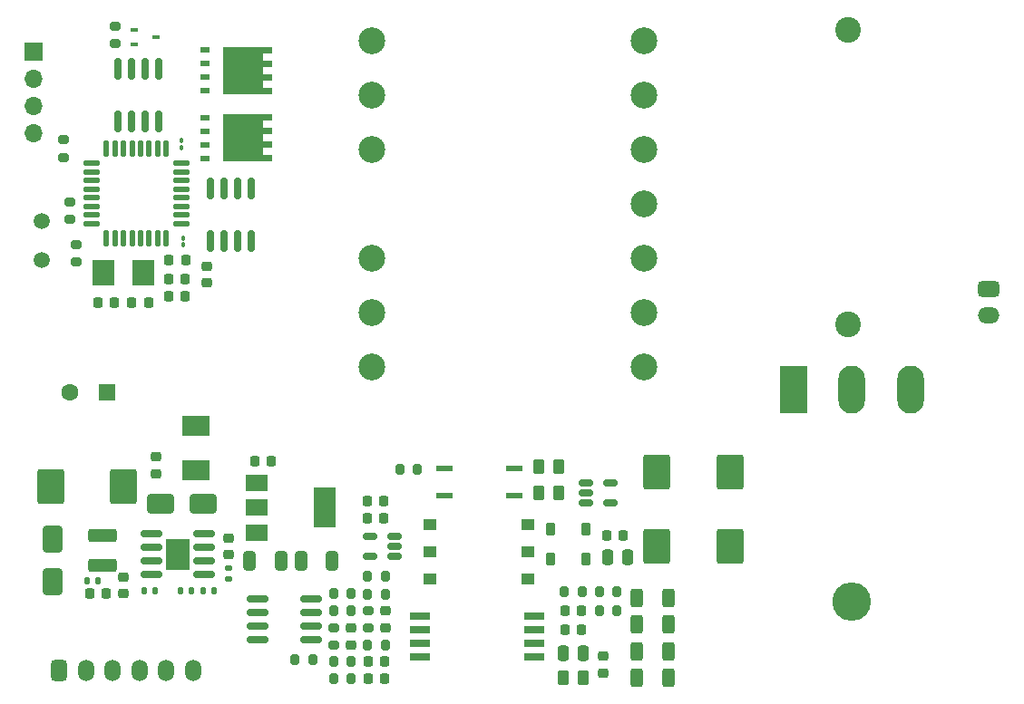
<source format=gbr>
%TF.GenerationSoftware,KiCad,Pcbnew,8.0.5*%
%TF.CreationDate,2024-10-09T02:25:36+03:00*%
%TF.ProjectId,DC-CDI,44432d43-4449-42e6-9b69-6361645f7063,rev?*%
%TF.SameCoordinates,Original*%
%TF.FileFunction,Soldermask,Top*%
%TF.FilePolarity,Negative*%
%FSLAX46Y46*%
G04 Gerber Fmt 4.6, Leading zero omitted, Abs format (unit mm)*
G04 Created by KiCad (PCBNEW 8.0.5) date 2024-10-09 02:25:36*
%MOMM*%
%LPD*%
G01*
G04 APERTURE LIST*
G04 Aperture macros list*
%AMRoundRect*
0 Rectangle with rounded corners*
0 $1 Rounding radius*
0 $2 $3 $4 $5 $6 $7 $8 $9 X,Y pos of 4 corners*
0 Add a 4 corners polygon primitive as box body*
4,1,4,$2,$3,$4,$5,$6,$7,$8,$9,$2,$3,0*
0 Add four circle primitives for the rounded corners*
1,1,$1+$1,$2,$3*
1,1,$1+$1,$4,$5*
1,1,$1+$1,$6,$7*
1,1,$1+$1,$8,$9*
0 Add four rect primitives between the rounded corners*
20,1,$1+$1,$2,$3,$4,$5,0*
20,1,$1+$1,$4,$5,$6,$7,0*
20,1,$1+$1,$6,$7,$8,$9,0*
20,1,$1+$1,$8,$9,$2,$3,0*%
%AMFreePoly0*
4,1,17,2.675000,1.605000,1.875000,1.605000,1.875000,0.935000,2.675000,0.935000,2.675000,0.335000,1.875000,0.335000,1.875000,-0.335000,2.675000,-0.335000,2.675000,-0.935000,1.875000,-0.935000,1.875000,-1.605000,2.675000,-1.605000,2.675000,-2.205000,-1.875000,-2.205000,-1.875000,2.205000,2.675000,2.205000,2.675000,1.605000,2.675000,1.605000,$1*%
G04 Aperture macros list end*
%ADD10R,1.700000X1.700000*%
%ADD11O,1.700000X1.700000*%
%ADD12RoundRect,0.225000X0.225000X0.250000X-0.225000X0.250000X-0.225000X-0.250000X0.225000X-0.250000X0*%
%ADD13RoundRect,0.135000X0.185000X-0.135000X0.185000X0.135000X-0.185000X0.135000X-0.185000X-0.135000X0*%
%ADD14RoundRect,0.150000X0.150000X-0.825000X0.150000X0.825000X-0.150000X0.825000X-0.150000X-0.825000X0*%
%ADD15RoundRect,0.225000X-0.225000X-0.250000X0.225000X-0.250000X0.225000X0.250000X-0.225000X0.250000X0*%
%ADD16RoundRect,0.250000X-0.250000X-0.475000X0.250000X-0.475000X0.250000X0.475000X-0.250000X0.475000X0*%
%ADD17RoundRect,0.200000X-0.200000X-0.275000X0.200000X-0.275000X0.200000X0.275000X-0.200000X0.275000X0*%
%ADD18R,1.600000X1.600000*%
%ADD19C,1.600000*%
%ADD20C,2.500000*%
%ADD21RoundRect,0.200000X0.200000X0.275000X-0.200000X0.275000X-0.200000X-0.275000X0.200000X-0.275000X0*%
%ADD22RoundRect,0.225000X-0.250000X0.225000X-0.250000X-0.225000X0.250000X-0.225000X0.250000X0.225000X0*%
%ADD23RoundRect,0.250000X1.075000X-0.375000X1.075000X0.375000X-1.075000X0.375000X-1.075000X-0.375000X0*%
%ADD24RoundRect,0.150000X0.512500X0.150000X-0.512500X0.150000X-0.512500X-0.150000X0.512500X-0.150000X0*%
%ADD25C,1.500000*%
%ADD26RoundRect,0.250000X0.262500X0.450000X-0.262500X0.450000X-0.262500X-0.450000X0.262500X-0.450000X0*%
%ADD27RoundRect,0.250000X0.325000X0.650000X-0.325000X0.650000X-0.325000X-0.650000X0.325000X-0.650000X0*%
%ADD28RoundRect,0.375000X-0.375000X-0.625000X0.375000X-0.625000X0.375000X0.625000X-0.375000X0.625000X0*%
%ADD29O,1.500000X2.000000*%
%ADD30RoundRect,0.150000X-0.512500X-0.150000X0.512500X-0.150000X0.512500X0.150000X-0.512500X0.150000X0*%
%ADD31RoundRect,0.375000X-0.625000X0.375000X-0.625000X-0.375000X0.625000X-0.375000X0.625000X0.375000X0*%
%ADD32O,2.000000X1.500000*%
%ADD33RoundRect,0.140000X-0.140000X-0.170000X0.140000X-0.170000X0.140000X0.170000X-0.140000X0.170000X0*%
%ADD34RoundRect,0.100000X0.100000X-0.130000X0.100000X0.130000X-0.100000X0.130000X-0.100000X-0.130000X0*%
%ADD35RoundRect,0.200000X0.275000X-0.200000X0.275000X0.200000X-0.275000X0.200000X-0.275000X-0.200000X0*%
%ADD36RoundRect,0.250000X-0.312500X-0.625000X0.312500X-0.625000X0.312500X0.625000X-0.312500X0.625000X0*%
%ADD37R,2.000000X1.500000*%
%ADD38R,2.000000X3.800000*%
%ADD39RoundRect,0.250000X1.000000X0.650000X-1.000000X0.650000X-1.000000X-0.650000X1.000000X-0.650000X0*%
%ADD40RoundRect,0.135000X-0.135000X-0.185000X0.135000X-0.185000X0.135000X0.185000X-0.135000X0.185000X0*%
%ADD41RoundRect,0.125000X0.125000X-0.625000X0.125000X0.625000X-0.125000X0.625000X-0.125000X-0.625000X0*%
%ADD42RoundRect,0.125000X0.625000X-0.125000X0.625000X0.125000X-0.625000X0.125000X-0.625000X-0.125000X0*%
%ADD43RoundRect,0.250000X-0.325000X-0.650000X0.325000X-0.650000X0.325000X0.650000X-0.325000X0.650000X0*%
%ADD44R,2.000000X2.400000*%
%ADD45RoundRect,0.250000X1.000000X-1.400000X1.000000X1.400000X-1.000000X1.400000X-1.000000X-1.400000X0*%
%ADD46RoundRect,0.150000X0.825000X0.150000X-0.825000X0.150000X-0.825000X-0.150000X0.825000X-0.150000X0*%
%ADD47RoundRect,0.137500X-0.662500X-0.137500X0.662500X-0.137500X0.662500X0.137500X-0.662500X0.137500X0*%
%ADD48FreePoly0,0.000000*%
%ADD49R,0.850000X0.500000*%
%ADD50RoundRect,0.225000X0.250000X-0.225000X0.250000X0.225000X-0.250000X0.225000X-0.250000X-0.225000X0*%
%ADD51C,2.400000*%
%ADD52RoundRect,0.225000X0.225000X0.375000X-0.225000X0.375000X-0.225000X-0.375000X0.225000X-0.375000X0*%
%ADD53RoundRect,0.150000X-0.825000X-0.150000X0.825000X-0.150000X0.825000X0.150000X-0.825000X0.150000X0*%
%ADD54R,2.290000X3.000000*%
%ADD55RoundRect,0.250000X0.650000X-1.000000X0.650000X1.000000X-0.650000X1.000000X-0.650000X-1.000000X0*%
%ADD56RoundRect,0.218750X-0.256250X0.218750X-0.256250X-0.218750X0.256250X-0.218750X0.256250X0.218750X0*%
%ADD57RoundRect,0.218750X0.218750X0.256250X-0.218750X0.256250X-0.218750X-0.256250X0.218750X-0.256250X0*%
%ADD58R,1.905000X0.640000*%
%ADD59R,1.300000X1.100000*%
%ADD60RoundRect,0.200000X-0.275000X0.200000X-0.275000X-0.200000X0.275000X-0.200000X0.275000X0.200000X0*%
%ADD61RoundRect,0.100000X-0.100000X0.130000X-0.100000X-0.130000X0.100000X-0.130000X0.100000X0.130000X0*%
%ADD62R,2.500000X1.900000*%
%ADD63R,0.700000X0.450000*%
%ADD64O,3.600000X3.600000*%
%ADD65R,2.500000X4.500000*%
%ADD66O,2.500000X4.500000*%
G04 APERTURE END LIST*
D10*
%TO.C,J3*%
X135600000Y-68980000D03*
D11*
X135600000Y-71520000D03*
X135600000Y-74060000D03*
X135600000Y-76600000D03*
%TD*%
D12*
%TO.C,C6*%
X168397500Y-125965000D03*
X166847500Y-125965000D03*
%TD*%
D13*
%TO.C,R24*%
X153822500Y-118185000D03*
X153822500Y-117165000D03*
%TD*%
D14*
%TO.C,U9*%
X152095000Y-86675000D03*
X153365000Y-86675000D03*
X154635000Y-86675000D03*
X155905000Y-86675000D03*
X155905000Y-81725000D03*
X154635000Y-81725000D03*
X153365000Y-81725000D03*
X152095000Y-81725000D03*
%TD*%
D15*
%TO.C,C28*%
X148212500Y-91800000D03*
X149762500Y-91800000D03*
%TD*%
D16*
%TO.C,C1*%
X185050000Y-125200000D03*
X186950000Y-125200000D03*
%TD*%
D17*
%TO.C,R10*%
X166797500Y-119640000D03*
X168447500Y-119640000D03*
%TD*%
D18*
%TO.C,C13*%
X142452651Y-100800000D03*
D19*
X138952651Y-100800000D03*
%TD*%
D12*
%TO.C,C29*%
X149775000Y-90200000D03*
X148225000Y-90200000D03*
%TD*%
D20*
%TO.C,T1*%
X167200000Y-67920000D03*
X167200000Y-73000000D03*
X167200000Y-78080000D03*
X167200000Y-88240000D03*
X167200000Y-93320000D03*
X167200000Y-98400000D03*
X192600000Y-98400000D03*
X192600000Y-93320000D03*
X192600000Y-88240000D03*
X192600000Y-83160000D03*
X192600000Y-78080000D03*
X192600000Y-73000000D03*
X192600000Y-67920000D03*
%TD*%
D21*
%TO.C,R18*%
X165247500Y-127565000D03*
X163597500Y-127565000D03*
%TD*%
D22*
%TO.C,C14*%
X144000000Y-118025000D03*
X144000000Y-119575000D03*
%TD*%
D23*
%TO.C,L1*%
X142000000Y-116940000D03*
X142000000Y-114140000D03*
%TD*%
D24*
%TO.C,U4*%
X169285000Y-116115000D03*
X169285000Y-115165000D03*
X169285000Y-114215000D03*
X167010000Y-114215000D03*
X167010000Y-116115000D03*
%TD*%
D17*
%TO.C,R9*%
X166797500Y-117990000D03*
X168447500Y-117990000D03*
%TD*%
D25*
%TO.C,P1*%
X136400000Y-84800000D03*
%TD*%
D15*
%TO.C,C2*%
X189122500Y-114165000D03*
X190672500Y-114165000D03*
%TD*%
D26*
%TO.C,R28*%
X184612500Y-107700000D03*
X182787500Y-107700000D03*
%TD*%
D25*
%TO.C,P2*%
X136400000Y-88400000D03*
%TD*%
D27*
%TO.C,C26*%
X158697500Y-116565000D03*
X155747500Y-116565000D03*
%TD*%
D21*
%TO.C,R14*%
X165247500Y-121190000D03*
X163597500Y-121190000D03*
%TD*%
D28*
%TO.C,J2*%
X138000000Y-126800000D03*
D29*
X140500000Y-126800000D03*
X143000000Y-126800000D03*
X145500000Y-126800000D03*
X148000000Y-126800000D03*
X150500000Y-126800000D03*
%TD*%
D22*
%TO.C,C10*%
X168422500Y-121215000D03*
X168422500Y-122765000D03*
%TD*%
D30*
%TO.C,U2*%
X187210000Y-109215000D03*
X187210000Y-110165000D03*
X187210000Y-111115000D03*
X189485000Y-111115000D03*
X189485000Y-109215000D03*
%TD*%
D31*
%TO.C,J1*%
X224800000Y-91100000D03*
D32*
X224800000Y-93600000D03*
%TD*%
D33*
%TO.C,C24*%
X149342500Y-119365000D03*
X150302500Y-119365000D03*
%TD*%
D15*
%TO.C,C4*%
X185225000Y-122950000D03*
X186775000Y-122950000D03*
%TD*%
D34*
%TO.C,C18*%
X149600000Y-87000000D03*
X149600000Y-86360000D03*
%TD*%
D35*
%TO.C,R19*%
X139000000Y-84625000D03*
X139000000Y-82975000D03*
%TD*%
D26*
%TO.C,R1*%
X186912500Y-127450000D03*
X185087500Y-127450000D03*
%TD*%
D36*
%TO.C,R5*%
X191947500Y-127465000D03*
X194872500Y-127465000D03*
%TD*%
D37*
%TO.C,U8*%
X156447500Y-109265000D03*
X156447500Y-111565000D03*
D38*
X162747500Y-111565000D03*
D37*
X156447500Y-113865000D03*
%TD*%
D36*
%TO.C,R4*%
X191947500Y-124965000D03*
X194872500Y-124965000D03*
%TD*%
D39*
%TO.C,D7*%
X151422500Y-111165000D03*
X147422500Y-111165000D03*
%TD*%
D35*
%TO.C,R29*%
X138400000Y-78825000D03*
X138400000Y-77175000D03*
%TD*%
D12*
%TO.C,C9*%
X168322500Y-110965000D03*
X166772500Y-110965000D03*
%TD*%
D40*
%TO.C,R25*%
X151422500Y-119365000D03*
X152442500Y-119365000D03*
%TD*%
D41*
%TO.C,U1*%
X142400000Y-86375000D03*
X143200000Y-86375000D03*
X144000000Y-86375000D03*
X144800000Y-86375000D03*
X145600000Y-86375000D03*
X146400000Y-86375000D03*
X147200000Y-86375000D03*
X148000000Y-86375000D03*
D42*
X149375000Y-85000000D03*
X149375000Y-84200000D03*
X149375000Y-83400000D03*
X149375000Y-82600000D03*
X149375000Y-81800000D03*
X149375000Y-81000000D03*
X149375000Y-80200000D03*
X149375000Y-79400000D03*
D41*
X148000000Y-78025000D03*
X147200000Y-78025000D03*
X146400000Y-78025000D03*
X145600000Y-78025000D03*
X144800000Y-78025000D03*
X144000000Y-78025000D03*
X143200000Y-78025000D03*
X142400000Y-78025000D03*
D42*
X141025000Y-79400000D03*
X141025000Y-80200000D03*
X141025000Y-81000000D03*
X141025000Y-81800000D03*
X141025000Y-82600000D03*
X141025000Y-83400000D03*
X141025000Y-84200000D03*
X141025000Y-85000000D03*
%TD*%
D43*
%TO.C,C25*%
X160547500Y-116565000D03*
X163497500Y-116565000D03*
%TD*%
D12*
%TO.C,C7*%
X168322500Y-112565000D03*
X166772500Y-112565000D03*
%TD*%
D44*
%TO.C,Y1*%
X142150000Y-89600000D03*
X145850000Y-89600000D03*
%TD*%
D16*
%TO.C,C3*%
X189197500Y-116165000D03*
X191097500Y-116165000D03*
%TD*%
D36*
%TO.C,R2*%
X191947500Y-119965000D03*
X194872500Y-119965000D03*
%TD*%
D45*
%TO.C,D8*%
X193800000Y-115200000D03*
X200600000Y-115200000D03*
%TD*%
D40*
%TO.C,R22*%
X140622500Y-118365000D03*
X141642500Y-118365000D03*
%TD*%
D15*
%TO.C,C12*%
X140825000Y-119600000D03*
X142375000Y-119600000D03*
%TD*%
D17*
%TO.C,R15*%
X163597500Y-119590000D03*
X165247500Y-119590000D03*
%TD*%
D46*
%TO.C,U5*%
X161497500Y-123895000D03*
X161497500Y-122625000D03*
X161497500Y-121355000D03*
X161497500Y-120085000D03*
X156547500Y-120085000D03*
X156547500Y-121355000D03*
X156547500Y-122625000D03*
X156547500Y-123895000D03*
%TD*%
D47*
%TO.C,U10*%
X173950000Y-107930000D03*
X173950000Y-110470000D03*
X180450000Y-110470000D03*
X180450000Y-107930000D03*
%TD*%
D48*
%TO.C,Q2*%
X155175000Y-70720000D03*
D49*
X151625000Y-68815000D03*
X151625000Y-70085000D03*
X151625000Y-71355000D03*
X151625000Y-72625000D03*
%TD*%
D21*
%TO.C,R11*%
X168447500Y-124365000D03*
X166797500Y-124365000D03*
%TD*%
D45*
%TO.C,D5*%
X137200000Y-109600000D03*
X144000000Y-109600000D03*
%TD*%
D35*
%TO.C,R21*%
X143200000Y-68225000D03*
X143200000Y-66575000D03*
%TD*%
D50*
%TO.C,C22*%
X153822500Y-115940000D03*
X153822500Y-114390000D03*
%TD*%
D45*
%TO.C,D9*%
X193800000Y-108200000D03*
X200600000Y-108200000D03*
%TD*%
D17*
%TO.C,R17*%
X163597500Y-125965000D03*
X165247500Y-125965000D03*
%TD*%
D51*
%TO.C,C30*%
X211600000Y-94400000D03*
X211600000Y-66900000D03*
%TD*%
D15*
%TO.C,C15*%
X141625000Y-92400000D03*
X143175000Y-92400000D03*
%TD*%
D52*
%TO.C,D3*%
X187197500Y-113565000D03*
X183897500Y-113565000D03*
%TD*%
D35*
%TO.C,R13*%
X163622500Y-124415000D03*
X163622500Y-122765000D03*
%TD*%
D50*
%TO.C,C17*%
X151800000Y-90575000D03*
X151800000Y-89025000D03*
%TD*%
D53*
%TO.C,U6*%
X146577500Y-114010000D03*
X146577500Y-115280000D03*
X146577500Y-116550000D03*
X146577500Y-117820000D03*
X151527500Y-117820000D03*
X151527500Y-116550000D03*
X151527500Y-115280000D03*
X151527500Y-114010000D03*
D54*
X149052500Y-115915000D03*
%TD*%
D14*
%TO.C,U7*%
X143495000Y-75475000D03*
X144765000Y-75475000D03*
X146035000Y-75475000D03*
X147305000Y-75475000D03*
X147305000Y-70525000D03*
X146035000Y-70525000D03*
X144765000Y-70525000D03*
X143495000Y-70525000D03*
%TD*%
D50*
%TO.C,C11*%
X165222500Y-124365000D03*
X165222500Y-122815000D03*
%TD*%
D55*
%TO.C,D6*%
X137400000Y-118462500D03*
X137400000Y-114462500D03*
%TD*%
D26*
%TO.C,R26*%
X184612500Y-110200000D03*
X182787500Y-110200000D03*
%TD*%
D56*
%TO.C,D1*%
X188750000Y-125412500D03*
X188750000Y-126987500D03*
%TD*%
D48*
%TO.C,Q3*%
X155175000Y-77025000D03*
D49*
X151625000Y-75120000D03*
X151625000Y-76390000D03*
X151625000Y-77660000D03*
X151625000Y-78930000D03*
%TD*%
D21*
%TO.C,R8*%
X186825000Y-119450000D03*
X185175000Y-119450000D03*
%TD*%
D57*
%TO.C,FB1*%
X149787500Y-88400000D03*
X148212500Y-88400000D03*
%TD*%
D36*
%TO.C,R3*%
X191947500Y-122465000D03*
X194872500Y-122465000D03*
%TD*%
D12*
%TO.C,C8*%
X168397500Y-127565000D03*
X166847500Y-127565000D03*
%TD*%
D35*
%TO.C,R20*%
X139600000Y-88625000D03*
X139600000Y-86975000D03*
%TD*%
D58*
%TO.C,U3*%
X182347500Y-125505000D03*
X182347500Y-124235000D03*
X182347500Y-122965000D03*
X182347500Y-121695000D03*
X171652500Y-121695000D03*
X171652500Y-122965000D03*
X171652500Y-124235000D03*
X171652500Y-125505000D03*
%TD*%
D50*
%TO.C,C23*%
X147000000Y-108375000D03*
X147000000Y-106825000D03*
%TD*%
D40*
%TO.C,R23*%
X145912500Y-119365000D03*
X146932500Y-119365000D03*
%TD*%
D59*
%TO.C,TR1*%
X181770000Y-118240000D03*
X181770000Y-115700000D03*
X181770000Y-113160000D03*
X172630000Y-113160000D03*
X172630000Y-115700000D03*
X172630000Y-118240000D03*
%TD*%
D17*
%TO.C,R6*%
X188425000Y-119450000D03*
X190075000Y-119450000D03*
%TD*%
D60*
%TO.C,R12*%
X166822500Y-121165000D03*
X166822500Y-122815000D03*
%TD*%
D61*
%TO.C,C19*%
X149400000Y-77280000D03*
X149400000Y-77920000D03*
%TD*%
D62*
%TO.C,L2*%
X150800000Y-108050000D03*
X150800000Y-103950000D03*
%TD*%
D17*
%TO.C,R7*%
X188425000Y-121200000D03*
X190075000Y-121200000D03*
%TD*%
D52*
%TO.C,D2*%
X187197500Y-116365000D03*
X183897500Y-116365000D03*
%TD*%
D17*
%TO.C,R16*%
X159997500Y-125740000D03*
X161647500Y-125740000D03*
%TD*%
D12*
%TO.C,C16*%
X146330000Y-92415000D03*
X144780000Y-92415000D03*
%TD*%
D15*
%TO.C,C5*%
X185225000Y-121200000D03*
X186775000Y-121200000D03*
%TD*%
D12*
%TO.C,C27*%
X157775000Y-107200000D03*
X156225000Y-107200000D03*
%TD*%
D17*
%TO.C,R27*%
X169775000Y-108000000D03*
X171425000Y-108000000D03*
%TD*%
D63*
%TO.C,D4*%
X145000000Y-66950000D03*
X145000000Y-68250000D03*
X147000000Y-67600000D03*
%TD*%
D64*
%TO.C,Q1*%
X212000000Y-120370000D03*
D65*
X206550000Y-100510000D03*
D66*
X212000000Y-100510000D03*
X217450000Y-100510000D03*
%TD*%
M02*

</source>
